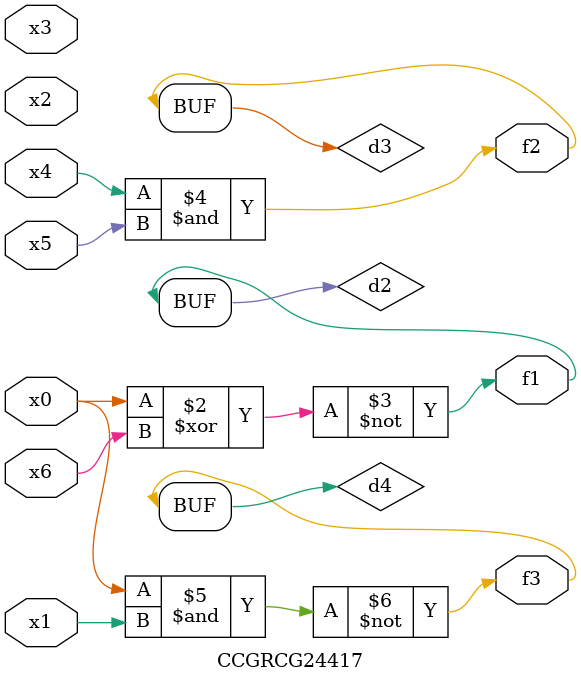
<source format=v>
module CCGRCG24417(
	input x0, x1, x2, x3, x4, x5, x6,
	output f1, f2, f3
);

	wire d1, d2, d3, d4;

	nor (d1, x0);
	xnor (d2, x0, x6);
	and (d3, x4, x5);
	nand (d4, x0, x1);
	assign f1 = d2;
	assign f2 = d3;
	assign f3 = d4;
endmodule

</source>
